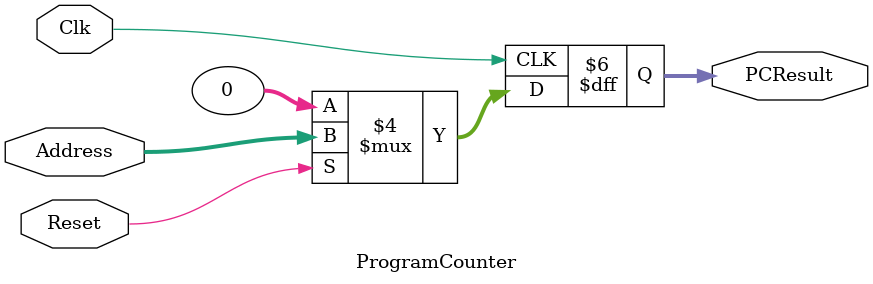
<source format=v>
`timescale 1ns / 1ps


module ProgramCounter(Address, PCResult, Reset, Clk);

	input [31:0] Address;
	input Reset, Clk;

	output reg [31:0] PCResult;

        //Sequential logic (updated on the positive edge of the clock)
        always @(posedge Clk) begin
	    if (~Reset)
	        PCResult <= 32'b0;
	    else
		PCResult <= Address;
	end

endmodule


</source>
